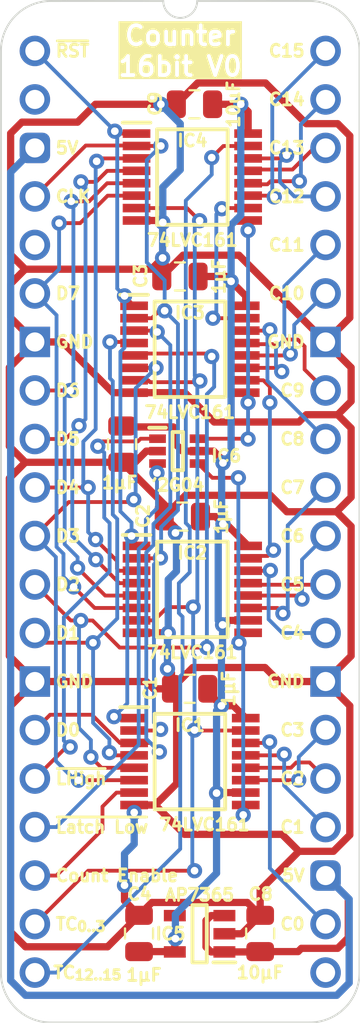
<source format=kicad_pcb>
(kicad_pcb (version 20240108) (generator "pcbnew") (generator_version "8.0")
  (title_block (title "Counter 16bit") (date "2024-02-16") (rev "V0"))
  (layers (0 "F.Cu" signal) (31 "B.Cu" signal) (34 "B.Paste" user) (35 "F.Paste" user) (36 "B.SilkS" user "B.Silkscreen") (37 "F.SilkS" user "F.Silkscreen") (38 "B.Mask" user) (39 "F.Mask" user) (44 "Edge.Cuts" user))
  (net 0 "")
  (net 1 "GND")
  (net 2 "5V")
  (net 3 "/3.3V")
  (net 4 "C1")
  (net 5 "C3")
  (net 6 "C0")
  (net 7 "C2")
  (net 8 "TC_{0..3}")
  (net 9 "C5")
  (net 10 "C4")
  (net 11 "C6")
  (net 12 "C7")
  (net 13 "/TC_{4..7}")
  (net 14 "C10")
  (net 15 "C8")
  (net 16 "C11")
  (net 17 "/TC_{8..11}")
  (net 18 "C9")
  (net 19 "C14")
  (net 20 "TC_{12..15}")
  (net 21 "C13")
  (net 22 "C15")
  (net 24 "C12")
  (net 25 "~{Reset}")
  (net 26 "CLK")
  (net 27 "Count Enable")
  (net 28 "/~{Latch Low}")
  (net 29 "D7")
  (net 30 "D1")
  (net 32 "D5")
  (net 33 "D2")
  (net 34 "D6")
  (net 35 "D0")
  (net 36 "D4")
  (net 37 "D3")
  (net 40 "/~{Latch High}")
  (net 41 "Latch High")
  (net 42 "Latch Low")
  (footprint "SamacSys_Parts:C_0805" (layer "F.Cu") (at 126.111 99.568)
    (property "Reference" "C8")
    (property "Value" "10µF")
  )
  (footprint "SamacSys_Parts:SOP65P640X110-16N" (layer "F.Cu") (at 122.428 90.551002)
    (property "Reference" "IC1")
    (property "Value" "74LVC161PW,112" (hide yes))
  )
  (footprint "SamacSys_Parts:C_0805" (layer "F.Cu") (at 121.92 65.151 90)
    (property "Reference" "C3")
    (property "Value" "1μF")
  )
  (footprint "SamacSys_Parts:C_0805" (layer "F.Cu") (at 119.761 99.568)
    (property "Reference" "C4")
    (property "Value" "1μF")
  )
  (footprint "SamacSys_Parts:DIP-40_Board_W15.24mm" (layer "F.Cu") (at 114.3 53.34)
    (property "Reference" "J1" (hide yes))
    (property "Value" "Conn_02x20_Counter_Clockwise" (hide yes))
    (fp_line (start -1.778 48.26) (end -1.778 0) (stroke (width 0.1)) (layer "Edge.Cuts"))
    (fp_line (start 6.731 -2.6162) (end 0.835732 -2.613732) (stroke (width 0.1)) (layer "Edge.Cuts"))
    (fp_line (start 14.404267 -2.613733) (end 8.509 -2.6162) (stroke (width 0.1)) (layer "Edge.Cuts"))
    (fp_line (start 14.404268 50.873732) (end 0.835733 50.873733) (stroke (width 0.1)) (layer "Edge.Cuts"))
    (fp_line (start 17.018 48.26) (end 17.017999 -0.000001) (stroke (width 0.1)) (layer "Edge.Cuts"))
    (fp_arc (start -1.778 0) (mid -1.012456 -1.848188) (end 0.835732 -2.613732) (stroke (width 0.1)) (layer "Edge.Cuts"))
    (fp_arc (start 0.835733 50.873733) (mid -1.012457 50.10819) (end -1.778 48.26) (stroke (width 0.1)) (layer "Edge.Cuts"))
    (fp_arc (start 8.509 -2.6162) (mid 7.62 -1.7272) (end 6.731 -2.6162) (stroke (width 0.1)) (layer "Edge.Cuts"))
    (fp_arc (start 14.404267 -2.613733) (mid 16.25245 -1.848186) (end 17.017999 -0.000001) (stroke (width 0.1)) (layer "Edge.Cuts"))
    (fp_arc (start 17.018 48.26) (mid 16.252456 50.108187) (end 14.404268 50.873732) (stroke (width 0.1)) (layer "Edge.Cuts"))
  )
  (footprint "SamacSys_Parts:C_0805" (layer "F.Cu") (at 122.428 86.741 90)
    (property "Reference" "C1")
    (property "Value" "1μF")
  )
  (footprint "SamacSys_Parts:C_0805" (layer "F.Cu") (at 122.682 56.134 90)
    (property "Reference" "C9")
    (property "Value" "10µF")
  )
  (footprint "SamacSys_Parts:C_0805" (layer "F.Cu") (at 122.047 77.724 90)
    (property "Reference" "C2")
    (property "Value" "1μF")
  )
  (footprint "SamacSys_Parts:SOT95P285X130-5N" (layer "F.Cu") (at 122.936 99.568 180)
    (property "Reference" "IC5")
    (property "Value" "AP7365-33WG-7" (hide yes))
  )
  (footprint "SamacSys_Parts:SOP65P640X110-16N" (layer "F.Cu") (at 122.428 68.961)
    (property "Reference" "IC3")
    (property "Value" "74LVC161PW,112" (hide yes))
  )
  (footprint "SamacSys_Parts:C_0805" (layer "F.Cu") (at 118.872 73.914 180)
    (property "Reference" "C5" (hide yes))
    (property "Value" "1μF")
  )
  (footprint "SamacSys_Parts:SOP65P640X110-16N" (layer "F.Cu") (at 122.555 59.944)
    (property "Reference" "IC4")
    (property "Value" "74LVC161PW,112" (hide yes))
  )
  (footprint "SamacSys_Parts:SOP65P640X110-16N" (layer "F.Cu") (at 122.555 81.534)
    (property "Reference" "IC2")
    (property "Value" "74LVC161PW,112" (hide yes))
  )
  (footprint "SamacSys_Parts:SOP65P210X110-6N" (layer "F.Cu") (at 121.793 74.295)
    (property "Reference" "IC6")
    (property "Value" "74LVC2G04GW-Q100H" (hide yes))
  )
  (gr_text "C5" (at 128.524 81.28 0) (layer "F.SilkS") (effects (font (size 0.635 0.635) (thickness 0.15) (bold yes)) (justify right)))
  (gr_text "GND" (at 115.316 68.58 0) (layer "F.SilkS") (effects (font (size 0.635 0.635) (thickness 0.15) (bold yes)) (justify left)))
  (gr_text "C9" (at 128.524 71.12 0) (layer "F.SilkS") (effects (font (size 0.635 0.635) (thickness 0.15) (bold yes)) (justify right)))
  (gr_text "C1" (at 128.524 93.98 0) (layer "F.SilkS") (effects (font (size 0.635 0.635) (thickness 0.15) (bold yes)) (justify right)))
  (gr_text "C7" (at 128.524 76.2 0) (layer "F.SilkS") (effects (font (size 0.635 0.635) (thickness 0.15) (bold yes)) (justify right)))
  (gr_text "TC_{0..3}" (at 115.316 99.06 0) (layer "F.SilkS") (effects (font (size 0.635 0.635)) (justify left)))
  (gr_text "C11" (at 128.524 63.5 0) (layer "F.SilkS") (effects (font (size 0.635 0.635) (thickness 0.15) (bold yes)) (justify right)))
  (gr_text "C12" (at 128.524 60.96 0) (layer "F.SilkS") (effects (font (size 0.635 0.635) (thickness 0.15) (bold yes)) (justify right)))
  (gr_text "D6" (at 115.316 71.12 0) (layer "F.SilkS") (effects (font (size 0.635 0.635) (thickness 0.15) (bold yes)) (justify left)))
  (gr_text "D4" (at 115.316 76.2 0) (layer "F.SilkS") (effects (font (size 0.635 0.635) (thickness 0.15) (bold yes)) (justify left)))
  (gr_text "D1" (at 115.316 83.82 0) (layer "F.SilkS") (effects (font (size 0.635 0.635) (thickness 0.15) (bold yes)) (justify left)))
  (gr_text "D0" (at 115.316 88.9 0) (layer "F.SilkS") (effects (font (size 0.635 0.635) (thickness 0.15) (bold yes)) (justify left)))
  (gr_text "Count Enable" (at 115.316 96.52 0) (layer "F.SilkS") (effects (font (size 0.635 0.635)) (justify left)))
  (gr_text "Counter\n16bit V0" (at 121.92 54.737 0) (layer "F.SilkS" knockout) (effects (font (size 1 1) (thickness 0.2) (bold yes)) (justify bottom)))
  (gr_text "5V" (at 128.524 96.52 0) (layer "F.SilkS") (effects (font (size 0.635 0.635) (thickness 0.15) (bold yes)) (justify right)))
  (gr_text "C15" (at 128.524 53.34 0) (layer "F.SilkS") (effects (font (size 0.635 0.635) (thickness 0.15) (bold yes)) (justify right)))
  (gr_text "~{Latch Low}" (at 115.316 93.98 0) (layer "F.SilkS") (effects (font (size 0.635 0.635)) (justify left)))
  (gr_text "C6" (at 128.524 78.74 0) (layer "F.SilkS") (effects (font (size 0.635 0.635) (thickness 0.15) (bold yes)) (justify right)))
  (gr_text "C8" (at 128.524 73.66 0) (layer "F.SilkS") (effects (font (size 0.635 0.635) (thickness 0.15) (bold yes)) (justify right)))
  (gr_text "C10" (at 128.524 66.04 0) (layer "F.SilkS") (effects (font (size 0.635 0.635) (thickness 0.15) (bold yes)) (justify right)))
  (gr_text "C2" (at 128.524 91.44 0) (layer "F.SilkS") (effects (font (size 0.635 0.635) (thickness 0.15) (bold yes)) (justify right)))
  (gr_text "~{RST}" (at 115.316 53.34 0) (layer "F.SilkS") (effects (font (size 0.635 0.635) (thickness 0.15) (bold yes)) (justify left)))
  (gr_text "GND" (at 115.316 86.36 0) (layer "F.SilkS") (effects (font (size 0.635 0.635) (thickness 0.15) (bold yes)) (justify left)))
  (gr_text "GND" (at 128.524 68.58 0) (layer "F.SilkS") (effects (font (size 0.635 0.635) (thickness 0.15) (bold yes)) (justify right)))
  (gr_text "D5" (at 115.316 73.66 0) (layer "F.SilkS") (effects (font (size 0.635 0.635) (thickness 0.15) (bold yes)) (justify left)))
  (gr_text "D3" (at 115.316 78.74 0) (layer "F.SilkS") (effects (font (size 0.635 0.635) (thickness 0.15) (bold yes)) (justify left)))
  (gr_text "C0" (at 128.524 99.06 0) (layer "F.SilkS") (effects (font (size 0.635 0.635) (thickness 0.15) (bold yes)) (justify right)))
  (gr_text "D2" (at 115.316 81.28 0) (layer "F.SilkS") (effects (font (size 0.635 0.635) (thickness 0.15) (bold yes)) (justify left)))
  (gr_text "GND" (at 128.524 86.36 0) (layer "F.SilkS") (effects (font (size 0.635 0.635) (thickness 0.15) (bold yes)) (justify right)))
  (gr_text "C3" (at 128.524 88.9 0) (layer "F.SilkS") (effects (font (size 0.635 0.635) (thickness 0.15) (bold yes)) (justify right)))
  (gr_text "D7" (at 115.316 66.04 0) (layer "F.SilkS") (effects (font (size 0.635 0.635) (thickness 0.15) (bold yes)) (justify left)))
  (gr_text "C13" (at 128.524 58.42 0) (layer "F.SilkS") (effects (font (size 0.635 0.635) (thickness 0.15) (bold yes)) (justify right)))
  (gr_text "C14" (at 128.524 55.88 0) (layer "F.SilkS") (effects (font (size 0.635 0.635) (thickness 0.15) (bold yes)) (justify right)))
  (gr_text "TC_{12..15}" (at 115.189 101.6 0) (layer "F.SilkS") (effects (font (size 0.635 0.635)) (justify left)))
  (gr_text "C4" (at 128.524 83.82 0) (layer "F.SilkS") (effects (font (size 0.635 0.635) (thickness 0.15) (bold yes)) (justify right)))
  (gr_text "~{LHigh}" (at 115.316 91.44 0) (layer "F.SilkS") (effects (font (size 0.635 0.635)) (justify left)))
  (gr_text "5V" (at 115.316 58.42 0) (layer "F.SilkS") (effects (font (size 0.635 0.635) (thickness 0.15) (bold yes)) (justify left)))
  (gr_text "CLK" (at 115.316 60.96 0) (layer "F.SilkS") (effects (font (size 0.635 0.635) (thickness 0.15) (bold yes)) (justify left)))
  (segment (start 126.111 97.282) (end 128.143 95.25) (width 0.38) (layer "F.Cu") (net 1))
  (segment (start 118.872 74.88) (end 113.801 74.88) (width 0.38) (layer "F.Cu") (net 1))
  (segment (start 130.175 72.39) (end 130.877999 73.092999) (width 0.38) (layer "F.Cu") (net 1))
  (segment (start 120.435 97.928) (end 125.437 97.928) (width 0.38) (layer "F.Cu") (net 1))
  (segment (start 116.539 57.07) (end 117.475 56.134) (width 0.38) (layer "F.Cu") (net 1))
  (segment (start 120.954 64.224492) (end 120.408492 64.77) (width 0.38) (layer "F.Cu") (net 1))
  (segment (start 113.792 64.77) (end 113.03 64.008) (width 0.38) (layer "F.Cu") (net 1))
  (segment (start 130.115999 77.47) (end 130.877999 76.708) (width 0.38) (layer "F.Cu") (net 1))
  (segment (start 127.508 77.47) (end 130.115999 77.47) (width 0.38) (layer "F.Cu") (net 1))
  (segment (start 130.877999 78.232) (end 130.878 85.022) (width 0.38) (layer "F.Cu") (net 1))
  (segment (start 130.877999 78.232) (end 130.115999 77.47) (width 0.38) (layer "F.Cu") (net 1))
  (segment (start 120.408492 64.77) (end 113.792 64.77) (width 0.38) (layer "F.Cu") (net 1))
  (segment (start 120.142 74.295) (end 119.557 74.88) (width 0.38) (layer "F.Cu") (net 1))
  (segment (start 119.761 98.602) (end 118.999 97.84) (width 0.38) (layer "F.Cu") (net 1))
  (segment (start 121.462 86.741) (end 120.523 86.741) (width 0.38) (layer "F.Cu") (net 1))
  (segment (start 121.081 77.089) (end 121.081 77.724) (width 0.38) (layer "F.Cu") (net 1))
  (segment (start 121.281 83.809) (end 121.292 83.82) (width 0.38) (layer "F.Cu") (net 1))
  (segment (start 118.999 97.84) (end 118.999 97.028) (width 0.38) (layer "F.Cu") (net 1))
  (segment (start 114.3 68.58) (end 112.962 69.918) (width 0.38) (layer "F.Cu") (net 1))
  (segment (start 121.081 77.724) (end 122.196 76.609) (width 0.38) (layer "F.Cu") (net 1))
  (segment (start 130.81 87.63) (end 129.54 86.36) (width 0.38) (layer "F.Cu") (net 1))
  (segment (start 122.142998 94.361) (end 120.608 92.826002) (width 0.38) (layer "F.Cu") (net 1))
  (segment (start 121.081 77.724) (end 121.668 78.311) (width 0.38) (layer "F.Cu") (net 1))
  (segment (start 121.462 86.741) (end 122.577 85.626) (width 0.38) (layer "F.Cu") (net 1))
  (segment (start 113.03 65.532) (end 113.03 67.31) (width 0.38) (layer "F.Cu") (net 1))
  (segment (start 120.954 65.151) (end 120.954 64.224492) (width 0.38) (layer "F.Cu") (net 1))
  (segment (start 113.618 57.07) (end 116.539 57.07) (width 0.38) (layer "F.Cu") (net 1))
  (segment (start 130.878 85.022) (end 129.54 86.36) (width 0.38) (layer "F.Cu") (net 1))
  (segment (start 113.807085 100.25) (end 118.113 100.25) (width 0.38) (layer "F.Cu") (net 1))
  (segment (start 130.877999 69.917999) (end 129.54 68.58) (width 0.38) (layer "F.Cu") (net 1))
  (segment (start 113.03 57.658) (end 113.618 57.07) (width 0.38) (layer "F.Cu") (net 1))
  (segment (start 119.557 74.88) (end 118.872 74.88) (width 0.38) (layer "F.Cu") (net 1))
  (segment (start 119.503 92.826002) (end 120.608 92.826002) (width 0.38) (layer "F.Cu") (net 1))
  (segment (start 112.962 69.918) (end 112.962 74.041) (width 0.38) (layer "F.Cu") (net 1))
  (segment (start 113.801 74.88) (end 112.962 75.719) (width 0.38) (layer "F.Cu") (net 1))
  (segment (start 128.143 72.771) (end 128.524 72.39) (width 0.38) (layer "F.Cu") (net 1))
  (segment (start 122.069 64.036) (end 124.996 64.036) (width 0.38) (layer "F.Cu") (net 1))
  (segment (start 126.647 76.609) (end 127.508 77.47) (width 0.38) (layer "F.Cu") (net 1))
  (segment (start 119.761 98.602) (end 120.435 97.928) (width 0.38) (layer "F.Cu") (net 1))
  (segment (start 128.524 72.39) (end 130.175 72.39) (width 0.38) (layer "F.Cu") (net 1))
  (segment (start 126.111 98.602) (end 125.145 99.568) (width 0.38) (layer "F.Cu") (net 1))
  (segment (start 113.801 74.88) (end 112.962 74.041) (width 0.38) (layer "F.Cu") (net 1))
  (segment (start 120.906486 62.219) (end 121.006486 62.319) (width 0.38) (layer "F.Cu") (net 1))
  (segment (start 130.877999 73.092999) (end 130.877999 76.708) (width 0.38) (layer "F.Cu") (net 1))
  (segment (start 130.81 94.392915) (end 130.81 87.63) (width 0.38) (layer "F.Cu") (net 1))
  (segment (start 120.954 64.224492) (end 120.996077 64.182415) (width 0.38) (layer "F.Cu") (net 1))
  (segment (start 129.54 86.36) (end 127.099 86.36) (width 0.38) (layer "F.Cu") (net 1))
  (segment (start 128.524 57.15) (end 126.393 55.019) (width 0.38) (layer "F.Cu") (net 1))
  (segment (start 122.831 55.019) (end 121.716 56.134) (width 0.38) (layer "F.Cu") (net 1))
  (segment (start 122.196 76.609) (end 126.647 76.609) (width 0.38) (layer "F.Cu") (net 1))
  (segment (start 121.716 56.134) (end 120.903994 56.134) (width 0.38) (layer "F.Cu") (net 1))
  (segment (start 119.503 71.236) (end 118.398 71.236) (width 0.38) (layer "F.Cu") (net 1))
  (segment (start 121.462 85.906467) (end 121.250859 85.695326) (width 0.38) (layer "F.Cu") (net 1))
  (segment (start 121.732 91.702002) (end 121.732 87.011) (width 0.38) (layer "F.Cu") (net 1))
  (segment (start 113.03 64.008) (end 113.03 57.658) (width 0.38) (layer "F.Cu") (net 1))
  (segment (start 120.142 86.36) (end 114.3 86.36) (width 0.38) (layer "F.Cu") (net 1))
  (segment (start 129.952915 95.25) (end 130.81 94.392915) (width 0.38) (layer "F.Cu") (net 1))
  (segment (start 125.145 99.568) (end 124.236 99.568) (width 0.38) (layer "F.Cu") (net 1))
  (segment (start 125.437 97.928) (end 126.111 98.602) (width 0.38) (layer "F.Cu") (net 1))
  (segment (start 120.731 74.295) (end 120.142 74.295) (width 0.38) (layer "F.Cu") (net 1))
  (segment (start 130.81 67.31) (end 130.81 57.785) (width 0.38) (layer "F.Cu") (net 1))
  (segment (start 114.3 86.36) (end 113.03 87.63) (width 0.38) (layer "F.Cu") (net 1))
  (segment (start 130.175 72.39) (end 130.877999 71.687001) (width 0.38) (layer "F.Cu") (net 1))
  (segment (start 112.962 85.022) (end 114.3 86.36) (width 0.38) (layer "F.Cu") (net 1))
  (segment (start 130.877999 71.687001) (end 130.877999 69.917999) (width 0.38) (layer "F.Cu") (net 1))
  (segment (start 126.111 98.602) (end 126.111 97.282) (width 0.38) (layer "F.Cu") (net 1))
  (segment (start 114.3 68.58) (end 113.03 67.31) (width 0.38) (layer "F.Cu") (net 1))
  (segment (start 119.63 83.809) (end 121.281 83.809) (width 0.38) (layer "F.Cu") (net 1))
  (segment (start 130.175 57.15) (end 128.524 57.15) (width 0.38) (layer "F.Cu") (net 1))
  (segment (start 121.668 78.311) (end 121.668 78.577123) (width 0.38) (layer "F.Cu") (net 1))
  (segment (start 118.113 100.25) (end 119.761 98.602) (width 0.38) (layer "F.Cu") (net 1))
  (segment (start 113.792 64.77) (end 113.03 65.532) (width 0.38) (layer "F.Cu") (net 1))
  (segment (start 118.398 71.236) (end 115.742 68.58) (width 0.38) (layer "F.Cu") (net 1))
  (segment (start 122.163 71.236) (end 123.698 72.771) (width 0.38) (layer "F.Cu") (net 1))
  (segment (start 122.577 85.626) (end 126.365 85.626) (width 0.38) (layer "F.Cu") (net 1))
  (segment (start 117.475 56.134) (end 120.903994 56.134) (width 0.38) (layer "F.Cu") (net 1))
  (segment (start 120.608 92.826002) (end 121.732 91.702002) (width 0.38) (layer "F.Cu") (net 1))
  (segment (start 127.099 86.36) (end 126.365 85.626) (width 0.38) (layer "F.Cu") (net 1))
  (segment (start 119.507 92.830002) (end 119.507 93.218) (width 0.38) (layer "F.Cu") (net 1))
  (segment (start 120.954 65.151) (end 122.069 64.036) (width 0.38) (layer "F.Cu") (net 1))
  (segment (start 123.698 72.771) (end 128.143 72.771) (width 0.38) (layer "F.Cu") (net 1))
  (segment (start 128.143 95.25) (end 129.952915 95.25) (width 0.38) (layer "F.Cu") (net 1))
  (segment (start 115.742 68.58) (end 114.3 68.58) (width 0.38) (layer "F.Cu") (net 1))
  (segment (start 126.393 55.019) (end 122.831 55.019) (width 0.38) (layer "F.Cu") (net 1))
  (segment (start 118.872 74.88) (end 121.081 77.089) (width 0.38) (layer "F.Cu") (net 1))
  (segment (start 124.996 64.036) (end 129.54 68.58) (width 0.38) (layer "F.Cu") (net 1))
  (segment (start 128.143 95.25) (end 127.254 94.361) (width 0.38) (layer "F.Cu") (net 1))
  (segment (start 121.462 86.741) (end 121.462 85.906467) (width 0.38) (layer "F.Cu") (net 1))
  (segment (start 130.81 57.785) (end 130.175 57.15) (width 0.38) (layer "F.Cu") (net 1))
  (segment (start 119.63 62.219) (end 120.906486 62.219) (width 0.38) (layer "F.Cu") (net 1))
  (segment (start 112.962 75.719) (end 112.962 85.022) (width 0.38) (layer "F.Cu") (net 1))
  (segment (start 129.54 68.58) (end 130.81 67.31) (width 0.38) (layer "F.Cu") (net 1))
  (segment (start 113.03 99.472915) (end 113.807085 100.25) (width 0.38) (layer "F.Cu") (net 1))
  (segment (start 119.503 71.236) (end 122.163 71.236) (width 0.38) (layer "F.Cu") (net 1))
  (segment (start 113.03 87.63) (end 113.03 99.472915) (width 0.38) (layer "F.Cu") (net 1))
  (segment (start 120.523 86.741) (end 120.142 86.36) (width 0.38) (layer "F.Cu") (net 1))
  (segment (start 127.254 94.361) (end 122.142998 94.361) (width 0.38) (layer "F.Cu") (net 1))
  (via (at 119.507 93.218) (size 0.8) (drill 0.4) (layers "F.Cu" "B.Cu") (net 1))
  (via (at 121.006486 62.319) (size 0.8) (drill 0.4) (layers "F.Cu" "B.Cu") (net 1))
  (via (at 121.250859 85.695326) (size 0.8) (drill 0.4) (layers "F.Cu" "B.Cu") (net 1))
  (via (at 120.996077 64.182415) (size 0.8) (drill 0.4) (layers "F.Cu" "B.Cu") (net 1))
  (via (at 120.903994 56.134) (size 0.8) (drill 0.4) (layers "F.Cu" "B.Cu") (net 1))
  (via (at 121.668 78.577123) (size 0.8) (drill 0.4) (layers "F.Cu" "B.Cu") (net 1))
  (via (at 118.999 97.028) (size 0.8) (drill 0.4) (layers "F.Cu" "B.Cu") (net 1))
  (via (at 121.292 83.82) (size 0.8) (drill 0.4) (layers "F.Cu" "B.Cu") (net 1))
  (segment (start 121.92 59.563) (end 121.92 57.150006) (width 0.38) (layer "B.Cu") (net 1))
  (segment (start 121.292 83.82) (end 121.292 81.019) (width 0.38) (layer "B.Cu") (net 1))
  (segment (start 121.292 81.019) (end 121.72146 80.58954) (width 0.38) (layer "B.Cu") (net 1))
  (segment (start 121.72146 80.58954) (end 121.72146 78.630583) (width 0.38) (layer "B.Cu") (net 1))
  (segment (start 120.996077 62.329409) (end 120.996077 64.182415) (width 0.38) (layer "B.Cu") (net 1))
  (segment (start 121.92 57.150006) (end 120.903994 56.134) (width 0.38) (layer "B.Cu") (net 1))
  (segment (start 121.006486 62.319) (end 121.006486 60.476514) (width 0.38) (layer "B.Cu") (net 1))
  (segment (start 121.006486 62.319) (end 120.996077 62.329409) (width 0.38) (layer "B.Cu") (net 1))
  (segment (start 121.006486 60.476514) (end 121.92 59.563) (width 0.38) (layer "B.Cu") (net 1))
  (segment (start 121.72146 78.630583) (end 121.668 78.577123) (width 0.38) (layer "B.Cu") (net 1))
  (segment (start 121.250859 85.695326) (end 121.250859 83.861141) (width 0.38) (layer "B.Cu") (net 1))
  (segment (start 119.507 93.218) (end 119.507 94.869) (width 0.38) (layer "B.Cu") (net 1))
  (segment (start 119.507 94.869) (end 118.999 95.377) (width 0.38) (layer "B.Cu") (net 1))
  (segment (start 121.250859 83.861141) (end 121.292 83.82) (width 0.38) (layer "B.Cu") (net 1))
  (segment (start 118.999 95.377) (end 118.999 97.028) (width 0.38) (layer "B.Cu") (net 1))
  (segment (start 123.531 100.518) (end 124.236 100.518) (width 0.38) (layer "F.Cu") (net 2))
  (segment (start 129.54 96.52) (end 130.73 97.71) (width 0.38) (layer "F.Cu") (net 2))
  (segment (start 130.73 99.775) (end 130.175 100.33) (width 0.38) (layer "F.Cu") (net 2))
  (segment (start 123.271 98.878) (end 123.271 100.258) (width 0.38) (layer "F.Cu") (net 2))
  (segment (start 126.111 100.502) (end 128.098 100.502) (width 0.38) (layer "F.Cu") (net 2))
  (segment (start 128.098 100.502) (end 128.27 100.33) (width 0.38) (layer "F.Cu") (net 2))
  (segment (start 130.175 100.33) (end 128.27 100.33) (width 0.38) (layer "F.Cu") (net 2))
  (segment (start 123.531 98.618) (end 123.271 98.878) (width 0.38) (layer "F.Cu") (net 2))
  (segment (start 124.236 98.618) (end 123.531 98.618) (width 0.38) (layer "F.Cu") (net 2))
  (segment (start 130.73 97.71) (end 130.73 99.775) (width 0.38) (layer "F.Cu") (net 2))
  (segment (start 123.271 100.258) (end 123.531 100.518) (width 0.38) (layer "F.Cu") (net 2))
  (segment (start 124.236 100.518) (end 126.095 100.518) (width 0.38) (layer "F.Cu") (net 2))
  (segment (start 130.776395 102.141605) (end 130.128 102.79) (width 0.38) (layer "B.Cu") (net 2))
  (segment (start 113.03 59.69) (end 114.3 58.42) (width 0.38) (layer "B.Cu") (net 2))
  (segment (start 129.54 96.52) (end 130.776395 97.756395) (width 0.38) (layer "B.Cu") (net 2))
  (segment (start 113.807085 102.79) (end 113.03 102.012915) (width 0.38) (layer "B.Cu") (net 2))
  (segment (start 130.128 102.79) (end 113.807085 102.79) (width 0.38) (layer "B.Cu") (net 2))
  (segment (start 130.776395 97.756395) (end 130.776395 102.141605) (width 0.38) (layer "B.Cu") (net 2))
  (segment (start 113.03 102.012915) (end 113.03 59.69) (width 0.38) (layer "B.Cu") (net 2))
  (segment (start 123.616 56.134) (end 125.094996 56.134) (width 0.38) (layer "F.Cu") (net 3))
  (segment (start 121.636 100.518) (end 121.636 99.852) (width 0.38) (layer "F.Cu") (net 3))
  (segment (start 124.160088 74.782588) (end 124.160088 74.911718) (width 0.38) (layer "F.Cu") (net 3))
  (segment (start 125.48 83.159) (end 124.37239 83.159) (width 0.38) (layer "F.Cu") (net 3))
  (segment (start 123.362 86.912978) (end 124.079022 87.63) (width 0.38) (layer "F.Cu") (net 3))
  (segment (start 119.761 100.502) (end 121.62 100.502) (width 0.38) (layer "F.Cu") (net 3))
  (segment (start 125.48 57.669) (end 125.48 56.518996) (width 0.38) (layer "F.Cu") (net 3))
  (segment (start 123.850998 92.176002) (end 123.825 92.202) (width 0.38) (layer "F.Cu") (net 3))
  (segment (start 124.37239 83.159) (end 124.139982 83.391408) (width 0.38) (layer "F.Cu") (net 3))
  (segment (start 125.353 88.276002) (end 124.706998 87.63) (width 0.38) (layer "F.Cu") (net 3))
  (segment (start 121.5585 73.03) (end 119.049 73.03) (width 0.38) (layer "F.Cu") (net 3))
  (segment (start 123.6725 74.295) (end 124.160088 74.782588) (width 0.38) (layer "F.Cu") (net 3))
  (segment (start 125.353 92.176002) (end 123.850998 92.176002) (width 0.38) (layer "F.Cu") (net 3))
  (segment (start 125.48 79.259) (end 124.326 78.105) (width 0.38) (layer "F.Cu") (net 3))
  (segment (start 124.706998 87.63) (end 124.079022 87.63) (width 0.38) (layer "F.Cu") (net 3))
  (segment (start 122.855 74.295) (end 123.6725 74.295) (width 0.38) (layer "F.Cu") (net 3))
  (segment (start 123.779088 77.724) (end 124.160088 78.105) (width 0.38) (layer "F.Cu") (net 3))
  (segment (start 125.353 66.171) (end 125.353 66.686) (width 0.38) (layer "F.Cu") (net 3))
  (segment (start 122.855 74.295) (end 122.047 74.295) (width 0.38) (layer "F.Cu") (net 3))
  (segment (start 121.5585 73.8065) (end 121.5585 73.03) (width 0.38) (layer "F.Cu") (net 3))
  (segment (start 122.047 74.295) (end 121.5585 73.8065) (width 0.38) (layer "F.Cu") (net 3))
  (segment (start 122.854 65.151) (end 124.333 65.151) (width 0.38) (layer "F.Cu") (net 3))
  (segment (start 124.333 65.151) (end 124.587 65.405) (width 0.38) (layer "F.Cu") (net 3))
  (segment (start 125.48 56.518996) (end 125.095 56.133996) (width 0.38) (layer "F.Cu") (net 3))
  (segment (start 124.587 65.405) (end 125.353 66.171) (width 0.38) (layer "F.Cu") (net 3))
  (segment (start 121.636 99.852) (end 121.666 99.822) (width 0.38) (layer "F.Cu") (net 3))
  (segment (start 125.094996 56.134) (end 125.095 56.133996) (width 0.38) (layer "F.Cu") (net 3))
  (segment (start 124.326 78.105) (end 124.160088 78.105) (width 0.38) (layer "F.Cu") (net 3))
  (segment (start 122.981 77.724) (end 123.779088 77.724) (width 0.38) (layer "F.Cu") (net 3))
  (via (at 125.095 56.133996) (size 0.8) (drill 0.4) (layers "F.Cu" "B.Cu") (net 3))
  (via (at 124.587 65.405) (size 0.8) (drill 0.4) (layers "F.Cu" "B.Cu") (net 3))
  (via (at 124.139982 83.391408) (size 0.8) (drill 0.4) (layers "F.Cu" "B.Cu") (net 3))
  (via (at 121.666 99.822) (size 0.8) (drill 0.4) (layers "F.Cu" "B.Cu") (net 3))
  (via (at 124.079022 87.63) (size 0.8) (drill 0.4) (layers "F.Cu" "B.Cu") (net 3))
  (via (at 124.160088 74.911718) (size 0.8) (drill 0.4) (layers "F.Cu" "B.Cu") (net 3))
  (via (at 123.825 92.202) (size 0.8) (drill 0.4) (layers "F.Cu" "B.Cu") (net 3))
  (via (at 124.160088 78.105) (size 0.8) (drill 0.4) (layers "F.Cu" "B.Cu") (net 3))
  (segment (start 125.095 61.94686) (end 125.095 56.133996) (width 0.38) (layer "B.Cu") (net 3))
  (segment (start 124.587 65.405) (end 124.587 74.484806) (width 0.38) (layer "B.Cu") (net 3))
  (segment (start 124.587 65.405) (end 124.587 62.45486) (width 0.38) (layer "B.Cu") (net 3))
  (segment (start 124.091 78.035912) (end 124.160088 78.105) (width 0.38) (layer "B.Cu") (net 3))
  (segment (start 123.91218 78.352908) (end 123.91218 83.163606) (width 0.38) (layer "B.Cu") (net 3))
  (segment (start 124.587 74.484806) (end 124.160088 74.911718) (width 0.38) (layer "B.Cu") (net 3))
  (segment (start 124.091 74.980806) (end 124.091 78.035912) (width 0.38) (layer "B.Cu") (net 3))
  (segment (start 124.079022 85.007918) (end 124.139982 84.946958) (width 0.38) (layer "B.Cu") (net 3))
  (segment (start 123.91218 83.163606) (end 124.139982 83.391408) (width 0.38) (layer "B.Cu") (net 3))
  (segment (start 123.825 96.393) (end 123.825 92.202) (width 0.38) (layer "B.Cu") (net 3))
  (segment (start 124.079022 87.63) (end 124.079022 85.007918) (width 0.38) (layer "B.Cu") (net 3))
  (segment (start 121.666 99.822) (end 121.666 98.552) (width 0.38) (layer "B.Cu") (net 3))
  (segment (start 124.160088 74.911718) (end 124.091 74.980806) (width 0.38) (layer "B.Cu") (net 3))
  (segment (start 123.825 87.884022) (end 124.079022 87.63) (width 0.38) (layer "B.Cu") (net 3))
  (segment (start 124.160088 78.105) (end 123.91218 78.352908) (width 0.38) (layer "B.Cu") (net 3))
  (segment (start 123.825 92.202) (end 123.825 87.884022) (width 0.38) (layer "B.Cu") (net 3))
  (segment (start 121.666 98.552) (end 123.825 96.393) (width 0.38) (layer "B.Cu") (net 3))
  (segment (start 124.139982 84.946958) (end 124.139982 83.391408) (width 0.38) (layer "B.Cu") (net 3))
  (segment (start 124.587 62.45486) (end 125.095 61.94686) (width 0.38) (layer "B.Cu") (net 3))
  (segment (start 127.312998 90.226002) (end 127.369 90.17) (width 0.2) (layer "F.Cu") (net 4))
  (segment (start 125.353 90.226002) (end 127.312998 90.226002) (width 0.2) (layer "F.Cu") (net 4))
  (via (at 127.369 90.17) (size 0.8) (drill 0.4) (layers "F.Cu" "B.Cu") (net 4))
  (segment (start 129.54 93.98) (end 127.369 91.809) (width 0.2) (layer "B.Cu") (net 4))
  (segment (start 127.369 91.809) (end 127.369 90.17) (width 0.2) (layer "B.Cu") (net 4))
  (segment (start 125.353 91.526002) (end 128.124246 91.526002) (width 0.2) (layer "F.Cu") (net 5))
  (segment (start 128.124246 91.526002) (end 128.132035 91.518213) (width 0.2) (layer "F.Cu") (net 5))
  (via (at 128.132035 91.518213) (size 0.8) (drill 0.4) (layers "F.Cu" "B.Cu") (net 5))
  (segment (start 128.132035 90.307965) (end 128.132035 91.518213) (width 0.2) (layer "B.Cu") (net 5))
  (segment (start 129.54 88.9) (end 128.132035 90.307965) (width 0.2) (layer "B.Cu") (net 5))
  (segment (start 126.553631 89.576002) (end 125.353 89.576002) (width 0.2) (layer "F.Cu") (net 6))
  (segment (start 126.605805 89.523828) (end 126.553631 89.576002) (width 0.2) (layer "F.Cu") (net 6))
  (via (at 126.605805 89.523828) (size 0.8) (drill 0.4) (layers "F.Cu" "B.Cu") (net 6))
  (segment (start 126.619 89.537023) (end 126.619 96.139) (width 0.2) (layer "B.Cu") (net 6))
  (segment (start 126.605805 89.523828) (end 126.619 89.537023) (width 0.2) (layer "B.Cu") (net 6))
  (segment (start 126.619 96.139) (end 129.54 99.06) (width 0.2) (layer "B.Cu") (net 6))
  (segment (start 127.723659 90.876002) (end 128.001492 90.598169) (width 0.2) (layer "F.Cu") (net 7))
  (segment (start 128.698169 90.598169) (end 129.54 91.44) (width 0.2) (layer "F.Cu") (net 7))
  (segment (start 128.001492 90.598169) (end 128.698169 90.598169) (width 0.2) (layer "F.Cu") (net 7))
  (segment (start 125.353 90.876002) (end 127.723659 90.876002) (width 0.2) (layer "F.Cu") (net 7))
  (segment (start 119.503 70.586) (end 120.240867 70.586) (width 0.2) (layer "F.Cu") (net 8))
  (segment (start 120.555 83.159) (end 121.249916 82.464084) (width 0.2) (layer "F.Cu") (net 8))
  (segment (start 119.63 83.159) (end 120.555 83.159) (width 0.2) (layer "F.Cu") (net 8))
  (segment (start 121.249916 82.464084) (end 122.597856 82.464084) (width 0.2) (layer "F.Cu") (net 8))
  (segment (start 122.275 61.569) (end 122.936 62.23) (width 0.2) (layer "F.Cu") (net 8))
  (segment (start 114.3 99.06) (end 117.094 96.266) (width 0.2) (layer "F.Cu") (net 8))
  (segment (start 122.885009 70.686) (end 122.950315 70.620694) (width 0.2) (layer "F.Cu") (net 8))
  (segment (start 117.094 96.266) (end 122.67 96.266) (width 0.2) (layer "F.Cu") (net 8))
  (segment (start 119.63 61.569) (end 122.275 61.569) (width 0.2) (layer "F.Cu") (net 8))
  (segment (start 120.240867 70.586) (end 120.340867 70.686) (width 0.2) (layer "F.Cu") (net 8))
  (segment (start 125.353 88.926002) (end 122.696002 88.926002) (width 0.2) (layer "F.Cu") (net 8))
  (segment (start 120.340867 70.686) (end 122.885009 70.686) (width 0.2) (layer "F.Cu") (net 8))
  (segment (start 122.696002 88.926002) (end 122.67 88.9) (width 0.2) (layer "F.Cu") (net 8))
  (via (at 122.950315 70.620694) (size 0.8) (drill 0.4) (layers "F.Cu" "B.Cu") (net 8))
  (via (at 122.67 88.9) (size 0.8) (drill 0.4) (layers "F.Cu" "B.Cu") (net 8))
  (via (at 122.67 96.266) (size 0.8) (drill 0.4) (layers "F.Cu" "B.Cu") (net 8))
  (via (at 122.597856 82.464084) (size 0.8) (drill 0.4) (layers "F.Cu" "B.Cu") (net 8))
  (via (at 122.936 62.23) (size 0.8) (drill 0.4) (layers "F.Cu" "B.Cu") (net 8))
  (segment (start 122.818 82.24394) (end 122.818 70.753009) (width 0.2) (layer "B.Cu") (net 8))
  (segment (start 122.67 88.9) (end 122.67 84.995661) (width 0.2) (layer "B.Cu") (net 8))
  (segment (start 122.818 70.753009) (end 122.950315 70.620694) (width 0.2) (layer "B.Cu") (net 8))
  (segment (start 122.682 62.484) (end 122.682 70.352379) (width 0.2) (layer "B.Cu") (net 8))
  (segment (start 122.597856 84.923517) (end 122.597856 82.464084) (width 0.2) (layer "B.Cu") (net 8))
  (segment (start 122.555 96.151) (end 122.555 89.015) (width 0.2) (layer "B.Cu") (net 8))
  (segment (start 122.936 62.23) (end 122.682 62.484) (width 0.2) (layer "B.Cu") (net 8))
  (segment (start 122.682 70.352379) (end 122.950315 70.620694) (width 0.2) (layer "B.Cu") (net 8))
  (segment (start 122.597856 82.464084) (end 122.818 82.24394) (width 0.2) (layer "B.Cu") (net 8))
  (segment (start 122.555 89.015) (end 122.67 88.9) (width 0.2) (layer "B.Cu") (net 8))
  (segment (start 122.67 96.266) (end 122.555 96.151) (width 0.2) (layer "B.Cu") (net 8))
  (segment (start 122.67 84.995661) (end 122.597856 84.923517) (width 0.2) (layer "B.Cu") (net 8))
  (segment (start 125.563027 81.292027) (end 129.527973 81.292027) (width 0.2) (layer "F.Cu") (net 9))
  (segment (start 126.627931 80.559) (end 126.644904 80.542027) (width 0.2) (layer "F.Cu") (net 10))
  (segment (start 125.48 80.559) (end 126.627931 80.559) (width 0.2) (layer "F.Cu") (net 10))
  (via (at 126.644904 80.542027) (size 0.8) (drill 0.4) (layers "F.Cu" "B.Cu") (net 10))
  (segment (start 126.553612 83.102688) (end 127.270924 83.82) (width 0.2) (layer "B.Cu") (net 10))
  (segment (start 126.553612 80.633319) (end 126.553612 83.102688) (width 0.2) (layer "B.Cu") (net 10))
  (segment (start 127.270924 83.82) (end 129.54 83.82) (width 0.2) (layer "B.Cu") (net 10))
  (segment (start 126.644904 80.542027) (end 126.553612 80.633319) (width 0.2) (layer "B.Cu") (net 10))
  (segment (start 128.121975 81.859) (end 128.305002 82.042027) (width 0.2) (layer "F.Cu") (net 11))
  (segment (start 125.48 81.859) (end 128.121975 81.859) (width 0.2) (layer "F.Cu") (net 11))
  (via (at 128.305002 82.042027) (size 0.8) (drill 0.4) (layers "F.Cu" "B.Cu") (net 11))
  (segment (start 128.305002 79.974998) (end 128.305002 82.042027) (width 0.2) (layer "B.Cu") (net 11))
  (segment (start 129.54 78.74) (end 128.305002 79.974998) (width 0.2) (layer "B.Cu") (net 11))
  (segment (start 127.020585 82.509) (end 127.303612 82.792027) (width 0.2) (layer "F.Cu") (net 12))
  (segment (start 125.48 82.509) (end 127.020585 82.509) (width 0.2) (layer "F.Cu") (net 12))
  (via (at 127.303612 82.792027) (size 0.8) (drill 0.4) (layers "F.Cu" "B.Cu") (net 12))
  (segment (start 129.54 76.2) (end 127.555002 78.184998) (width 0.2) (layer "B.Cu") (net 12))
  (segment (start 127.555002 82.540637) (end 127.303612 82.792027) (width 0.2) (layer "B.Cu") (net 12))
  (segment (start 127.555002 78.184998) (end 127.555002 82.540637) (width 0.2) (layer "B.Cu") (net 12))
  (segment (start 126.805002 79.483998) (end 126.805002 79.483986) (width 0.2) (layer "F.Cu") (net 13))
  (segment (start 126.278 70.586) (end 126.619 70.927) (width 0.2) (layer "F.Cu") (net 13))
  (segment (start 126.505 79.784) (end 126.805002 79.483998) (width 0.2) (layer "F.Cu") (net 13))
  (segment (start 125.353 70.586) (end 126.278 70.586) (width 0.2) (layer "F.Cu") (net 13))
  (segment (start 126.619 70.927) (end 126.619 71.755) (width 0.2) (layer "F.Cu") (net 13))
  (segment (start 125.605 79.784) (end 126.505 79.784) (width 0.2) (layer "F.Cu") (net 13))
  (via (at 126.619 71.755) (size 0.8) (drill 0.4) (layers "F.Cu" "B.Cu") (net 13))
  (via (at 126.805002 79.483986) (size 0.8) (drill 0.4) (layers "F.Cu" "B.Cu") (net 13))
  (segment (start 126.619 79.297984) (end 126.805002 79.483986) (width 0.2) (layer "B.Cu") (net 13))
  (segment (start 126.619 71.755) (end 126.619 79.297984) (width 0.2) (layer "B.Cu") (net 13))
  (segment (start 125.353 69.286) (end 127.607508 69.286) (width 0.2) (layer "F.Cu") (net 14))
  (segment (start 127.607508 69.286) (end 127.69 69.203508) (width 0.2) (layer "F.Cu") (net 14))
  (via (at 127.69 69.203508) (size 0.8) (drill 0.4) (layers "F.Cu" "B.Cu") (net 14))
  (segment (start 127.896 68.997508) (end 127.69 69.203508) (width 0.2) (layer "B.Cu") (net 14))
  (segment (start 127.896 67.684) (end 127.896 68.997508) (width 0.2) (layer "B.Cu") (net 14))
  (segment (start 129.54 66.04) (end 127.896 67.684) (width 0.2) (layer "B.Cu") (net 14))
  (segment (start 126.578 67.986) (end 126.619 67.945) (width 0.2) (layer "F.Cu") (net 15))
  (segment (start 125.353 67.986) (end 126.578 67.986) (width 0.2) (layer "F.Cu") (net 15))
  (via (at 126.619 67.945) (size 0.8) (drill 0.4) (layers "F.Cu" "B.Cu") (net 15))
  (segment (start 129.54 73.66) (end 126.492 70.612) (width 0.2) (layer "B.Cu") (net 15))
  (segment (start 126.492 68.072) (end 126.619 67.945) (width 0.2) (layer "B.Cu") (net 15))
  (segment (start 126.492 70.612) (end 126.492 68.072) (width 0.2) (layer "B.Cu") (net 15))
  (segment (start 127.051226 69.936) (end 127.242 70.126774) (width 0.2) (layer "F.Cu") (net 16))
  (segment (start 125.353 69.936) (end 127.051226 69.936) (width 0.2) (layer "F.Cu") (net 16))
  (via (at 127.242 70.126774) (size 0.8) (drill 0.4) (layers "F.Cu" "B.Cu") (net 16))
  (segment (start 126.94 69.824774) (end 127.242 70.126774) (width 0.2) (layer "B.Cu") (net 16))
  (segment (start 127.379339 65.660661) (end 127.379339 68.453508) (width 0.2) (layer "B.Cu") (net 16))
  (segment (start 127.379339 68.453508) (end 126.94 68.892847) (width 0.2) (layer "B.Cu") (net 16))
  (segment (start 126.94 68.892847) (end 126.94 69.824774) (width 0.2) (layer "B.Cu") (net 16))
  (segment (start 129.54 63.5) (end 127.379339 65.660661) (width 0.2) (layer "B.Cu") (net 16))
  (segment (start 125.353 67.336) (end 123.633271 67.336) (width 0.2) (layer "F.Cu") (net 17))
  (segment (start 125.48 61.569) (end 124.13351 61.569) (width 0.2) (layer "F.Cu") (net 17))
  (segment (start 124.13351 61.569) (end 124.09886 61.60365) (width 0.2) (layer "F.Cu") (net 17))
  (via (at 124.09886 61.60365) (size 0.8) (drill 0.4) (layers "F.Cu" "B.Cu") (net 17))
  (via (at 123.633271 67.336) (size 0.8) (drill 0.4) (layers "F.Cu" "B.Cu") (net 17))
  (segment (start 123.813 67.156271) (end 123.813 61.88951) (width 0.2) (layer "B.Cu") (net 17))
  (segment (start 123.633271 67.336) (end 123.813 67.156271) (width 0.2) (layer "B.Cu") (net 17))
  (segment (start 123.813 61.88951) (end 124.09886 61.60365) (width 0.2) (layer "B.Cu") (net 17))
  (segment (start 128.079501 68.453508) (end 128.44 68.814007) (width 0.2) (layer "F.Cu") (net 18))
  (segment (start 125.412 68.695) (end 127.189932 68.695) (width 0.2) (layer "F.Cu") (net 18))
  (segment (start 127.431424 68.453508) (end 128.079501 68.453508) (width 0.2) (layer "F.Cu") (net 18))
  (segment (start 128.44 68.814007) (end 128.44 70.02) (width 0.2) (layer "F.Cu") (net 18))
  (segment (start 127.189932 68.695) (end 127.431424 68.453508) (width 0.2) (layer "F.Cu") (net 18))
  (segment (start 128.44 70.02) (end 129.54 71.12) (width 0.2) (layer "F.Cu") (net 18))
  (segment (start 125.536 60.325) (end 126.492 60.325) (width 0.2) (layer "F.Cu") (net 19))
  (segment (start 126.654356 60.162644) (end 128.166356 60.162644) (width 0.2) (layer "F.Cu") (net 19))
  (segment (start 126.492 60.325) (end 126.654356 60.162644) (width 0.2) (layer "F.Cu") (net 19))
  (via (at 128.166356 60.162644) (size 0.8) (drill 0.4) (layers "F.Cu" "B.Cu") (net 19))
  (segment (start 129.54 55.88) (end 128.246 57.174) (width 0.2) (layer "B.Cu") (net 19))
  (segment (start 128.246 57.174) (end 128.246 60.083) (width 0.2) (layer "B.Cu") (net 19))
  (segment (start 128.246 60.083) (end 128.166356 60.162644) (width 0.2) (layer "B.Cu") (net 19))
  (segment (start 124.18 58.319) (end 123.571 58.928) (width 0.2) (layer "F.Cu") (net 20))
  (segment (start 125.48 58.319) (end 124.18 58.319) (width 0.2) (layer "F.Cu") (net 20))
  (via (at 123.571 58.928) (size 0.8) (drill 0.4) (layers "F.Cu" "B.Cu") (net 20))
  (segment (start 122.418 80.642) (end 122.418 78.266462) (width 0.2) (layer "B.Cu") (net 20))
  (segment (start 122.418 78.266462) (end 122.21146 78.059922) (width 0.2) (layer "B.Cu") (net 20))
  (segment (start 121.92 86.086846) (end 122.042 85.964846) (width 0.2) (layer "B.Cu") (net 20))
  (segment (start 115.443 101.6) (end 121.92 95.123) (width 0.2) (layer "B.Cu") (net 20))
  (segment (start 121.847856 82.774745) (end 121.847856 81.212144) (width 0.2) (layer "B.Cu") (net 20))
  (segment (start 121.92 95.123) (end 121.92 86.086846) (width 0.2) (layer "B.Cu") (net 20))
  (segment (start 123.571 59.817) (end 123.571 58.928) (width 0.2) (layer "B.Cu") (net 20))
  (segment (start 122.042 82.968889) (end 121.847856 82.774745) (width 0.2) (layer "B.Cu") (net 20))
  (segment (start 122.21146 61.17654) (end 123.571 59.817) (width 0.2) (layer "B.Cu") (net 20))
  (segment (start 114.3 101.6) (end 115.443 101.6) (width 0.2) (layer "B.Cu") (net 20))
  (segment (start 122.21146 78.059922) (end 122.21146 61.17654) (width 0.2) (layer "B.Cu") (net 20))
  (segment (start 121.847856 81.212144) (end 122.418 80.642) (width 0.2) (layer "B.Cu") (net 20))
  (segment (start 122.042 85.964846) (end 122.042 82.968889) (width 0.2) (layer "B.Cu") (net 20))
  (segment (start 127.806661 59.551) (end 128.937661 58.42) (width 0.2) (layer "F.Cu") (net 21))
  (segment (start 125.548 59.551) (end 127.806661 59.551) (width 0.2) (layer "F.Cu") (net 21))
  (segment (start 126.782064 60.919) (end 126.848123 60.985059) (width 0.2) (layer "F.Cu") (net 22))
  (segment (start 125.48 60.919) (end 126.782064 60.919) (width 0.2) (layer "F.Cu") (net 22))
  (via (at 126.848123 60.985059) (size 0.8) (drill 0.4) (layers "F.Cu" "B.Cu") (net 22))
  (segment (start 129.54 53.34) (end 126.746 56.134) (width 0.2) (layer "B.Cu") (net 22))
  (segment (start 126.746 60.882936) (end 126.848123 60.985059) (width 0.2) (layer "B.Cu") (net 22))
  (segment (start 126.746 56.134) (end 126.746 60.882936) (width 0.2) (layer "B.Cu") (net 22))
  (segment (start 127.328 58.969) (end 127.496 58.801) (width 0.2) (layer "F.Cu") (net 24))
  (segment (start 125.48 58.969) (end 127.328 58.969) (width 0.2) (layer "F.Cu") (net 24))
  (via (at 127.496 58.801) (size 0.8) (drill 0.4) (layers "F.Cu" "B.Cu") (net 24))
  (segment (start 127.146 59.151) (end 127.496 58.801) (width 0.2) (layer "B.Cu") (net 24))
  (segment (start 127.90305 60.96) (end 127.146 60.20295) (width 0.2) (layer "B.Cu") (net 24))
  (segment (start 129.54 60.96) (end 127.90305 60.96) (width 0.2) (layer "B.Cu") (net 24))
  (segment (start 127.146 60.20295) (end 127.146 59.151) (width 0.2) (layer "B.Cu") (net 24))
  (segment (start 119.63 57.669) (end 118.617 57.669) (width 0.2) (layer "F.Cu") (net 25))
  (segment (start 118.617 57.669) (end 118.491 57.543) (width 0.2) (layer "F.Cu") (net 25))
  (segment (start 119.518 79.259) (end 119.368 79.109) (width 0.2) (layer "F.Cu") (net 25))
  (segment (start 118.999 66.167) (end 118.999 66.182) (width 0.2) (layer "F.Cu") (net 25))
  (segment (start 118.999 66.182) (end 119.503 66.686) (width 0.2) (layer "F.Cu") (net 25))
  (segment (start 119.368 79.109) (end 119.368 78.74) (width 0.2) (layer "F.Cu") (net 25))
  (segment (start 118.448104 88.199833) (end 119.426831 88.199833) (width 0.2) (layer "F.Cu") (net 25))
  (via (at 118.448104 88.199833) (size 0.8) (drill 0.4) (layers "F.Cu" "B.Cu") (net 25))
  (via (at 118.999 66.167) (size 0.8) (drill 0.4) (layers "F.Cu" "B.Cu") (net 25))
  (via (at 118.491 57.543) (size 0.8) (drill 0.4) (layers "F.Cu" "B.Cu") (net 25))
  (via (at 119.368 78.74) (size 0.8) (drill 0.4) (layers "F.Cu" "B.Cu") (net 25))
  (segment (start 114.3 53.34) (end 118.491 57.531) (width 0.2) (layer "B.Cu") (net 25))
  (segment (start 118.999 66.167) (end 118.999 68.878661) (width 0.2) (layer "B.Cu") (net 25))
  (segment (start 118.618 65.786) (end 118.618 57.67) (width 0.2) (layer "B.Cu") (net 25))
  (segment (start 118.491 57.531) (end 118.491 57.543) (width 0.2) (layer "B.Cu") (net 25))
  (segment (start 118.783685 69.093976) (end 118.783685 77.451) (width 0.2) (layer "B.Cu") (net 25))
  (segment (start 118.999 68.878661) (end 118.783685 69.093976) (width 0.2) (layer "B.Cu") (net 25))
  (segment (start 119.368 78.035315) (end 119.368 78.74) (width 0.2) (layer "B.Cu") (net 25))
  (segment (start 118.618 57.67) (end 118.491 57.543) (width 0.2) (layer "B.Cu") (net 25))
  (segment (start 118.783685 77.451) (end 119.368 78.035315) (width 0.2) (layer "B.Cu") (net 25))
  (segment (start 119.145 87.502937) (end 119.145 78.963) (width 0.2) (layer "B.Cu") (net 25))
  (segment (start 118.448104 88.199833) (end 119.145 87.502937) (width 0.2) (layer "B.Cu") (net 25))
  (segment (start 119.145 78.963) (end 119.368 78.74) (width 0.2) (layer "B.Cu") (net 25))
  (segment (start 118.999 66.167) (end 118.618 65.786) (width 0.2) (layer "B.Cu") (net 25))
  (segment (start 120.817051 66.946949) (end 121.103189 66.946949) (width 0.2) (layer "F.Cu") (net 26))
  (segment (start 120.831931 88.926002) (end 120.892 88.865933) (width 0.2) (layer "F.Cu") (net 26))
  (segment (start 120.428 67.336) (end 120.817051 66.946949) (width 0.2) (layer "F.Cu") (net 26))
  (segment (start 119.503 67.336) (end 120.428 67.336) (width 0.2) (layer "F.Cu") (net 26))
  (segment (start 114.3 60.96) (end 116.967 58.293) (width 0.2) (layer "F.Cu") (net 26))
  (segment (start 119.503 88.926002) (end 120.831931 88.926002) (width 0.2) (layer "F.Cu") (net 26))
  (segment (start 119.63 79.909) (end 120.857161 79.909) (width 0.2) (layer "F.Cu") (net 26))
  (segment (start 116.967 58.293) (end 119.604 58.293) (width 0.2) (layer "F.Cu") (net 26))
  (segment (start 120.857161 79.909) (end 120.88146 79.884701) (width 0.2) (layer "F.Cu") (net 26))
  (segment (start 120.904 58.315622) (end 119.633378 58.315622) (width 0.2) (layer "F.Cu") (net 26))
  (via (at 120.904 58.315622) (size 0.8) (drill 0.4) (layers "F.Cu" "B.Cu") (net 26))
  (via (at 121.103189 66.946949) (size 0.8) (drill 0.4) (layers "F.Cu" "B.Cu") (net 26))
  (via (at 120.88146 79.884701) (size 0.8) (drill 0.4) (layers "F.Cu" "B.Cu") (net 26))
  (via (at 120.892 88.865933) (size 0.8) (drill 0.4) (layers "F.Cu" "B.Cu") (net 26))
  (segment (start 121.801528 77.392158) (end 121.801528 67.645288) (width 0.2) (layer "B.Cu") (net 26))
  (segment (start 121.801528 67.645288) (end 121.103189 66.946949) (width 0.2) (layer "B.Cu") (net 26))
  (segment (start 120.904 58.315622) (end 120.166492 59.05313) (width 0.2) (layer "B.Cu") (net 26))
  (segment (start 120.166492 59.05313) (end 120.166492 64.413492) (width 0.2) (layer "B.Cu") (net 26))
  (segment (start 120.918 79.848161) (end 120.918 78.275686) (width 0.2) (layer "B.Cu") (net 26))
  (segment (start 120.88146 79.884701) (end 120.918 79.848161) (width 0.2) (layer "B.Cu") (net 26))
  (segment (start 120.892 88.865933) (end 120.542 88.515933) (width 0.2) (layer "B.Cu") (net 26))
  (segment (start 120.542 80.224161) (end 120.88146 79.884701) (width 0.2) (layer "B.Cu") (net 26))
  (segment (start 120.918 78.275686) (end 121.801528 77.392158) (width 0.2) (layer "B.Cu") (net 26))
  (segment (start 121.103189 65.350189) (end 121.103189 66.946949) (width 0.2) (layer "B.Cu") (net 26))
  (segment (start 120.166492 64.413492) (end 121.103189 65.350189) (width 0.2) (layer "B.Cu") (net 26))
  (segment (start 120.542 88.515933) (end 120.542 80.224161) (width 0.2) (layer "B.Cu") (net 26))
  (segment (start 117.844 94.10737) (end 117.844 92.910002) (width 0.2) (layer "F.Cu") (net 27))
  (segment (start 118.578 92.176002) (end 119.503 92.176002) (width 0.2) (layer "F.Cu") (net 27))
  (segment (start 117.844 92.910002) (end 118.578 92.176002) (width 0.2) (layer "F.Cu") (net 27))
  (segment (start 114.3 96.52) (end 115.43137 96.52) (width 0.2) (layer "F.Cu") (net 27))
  (segment (start 115.43137 96.52) (end 117.844 94.10737) (width 0.2) (layer "F.Cu") (net 27))
  (segment (start 125.222 92.957002) (end 125.222 93.345) (width 0.2) (layer "F.Cu") (net 28))
  (segment (start 125.36 83.809) (end 124.997 84.172) (width 0.2) (layer "F.Cu") (net 28))
  (segment (start 122.855 74.945) (end 123.602 75.692) (width 0.2) (layer "F.Cu") (net 28))
  (segment (start 125.353 92.826002) (end 125.222 92.957002) (width 0.2) (layer "F.Cu") (net 28))
  (segment (start 124.997 84.172) (end 124.997 84.328) (width 0.2) (layer "F.Cu") (net 28))
  (segment (start 123.602 75.692) (end 124.968 75.692) (width 0.2) (layer "F.Cu") (net 28))
  (via (at 124.997 84.328) (size 0.8) (drill 0.4) (layers "F.Cu" "B.Cu") (net 28))
  (via (at 124.968 75.692) (size 0.8) (drill 0.4) (layers "F.Cu" "B.Cu") (net 28))
  (via (at 125.222 93.345) (size 0.8) (drill 0.4) (layers "F.Cu" "B.Cu") (net 28))
  (segment (start 124.968 84.299) (end 124.997 84.328) (width 0.2) (layer "B.Cu") (net 28))
  (segment (start 124.968 75.692) (end 124.968 84.299) (width 0.2) (layer "B.Cu") (net 28))
  (segment (start 125.222 93.345) (end 125.222 84.553) (width 0.2) (layer "B.Cu") (net 28))
  (segment (start 125.222 84.553) (end 124.997 84.328) (width 0.2) (layer "B.Cu") (net 28))
  (segment (start 116.6766 62.357) (end 118.1146 60.919) (width 0.2) (layer "F.Cu") (net 29))
  (segment (start 115.57 62.357) (end 116.6766 62.357) (width 0.2) (layer "F.Cu") (net 29))
  (segment (start 117.434 82.509) (end 116.332 81.407) (width 0.2) (layer "F.Cu") (net 29))
  (segment (start 119.63 82.509) (end 117.434 82.509) (width 0.2) (layer "F.Cu") (net 29))
  (segment (start 118.1146 60.919) (end 119.63 60.919) (width 0.2) (layer "F.Cu") (net 29))
  (via (at 115.57 62.357) (size 0.8) (drill 0.4) (layers "F.Cu" "B.Cu") (net 29))
  (via (at 116.332 81.407) (size 0.8) (drill 0.4) (layers "F.Cu" "B.Cu") (net 29))
  (segment (start 115.8 80.875) (end 116.332 81.407) (width 0.2) (layer "B.Cu") (net 29))
  (segment (start 115.8 79.674314) (end 115.8 80.875) (width 0.2) (layer "B.Cu") (net 29))
  (segment (start 114.3 66.04) (end 115.57 64.77) (width 0.2) (layer "B.Cu") (net 29))
  (segment (start 115.57 64.77) (end 115.57 62.357) (width 0.2) (layer "B.Cu") (net 29))
  (segment (start 115.436 67.176) (end 115.436 79.310314) (width 0.2) (layer "B.Cu") (net 29))
  (segment (start 115.436 79.310314) (end 115.8 79.674314) (width 0.2) (layer "B.Cu") (net 29))
  (segment (start 114.3 66.04) (end 115.436 67.176) (width 0.2) (layer "B.Cu") (net 29))
  (segment (start 118.237 68.58) (end 119.447 68.58) (width 0.2) (layer "F.Cu") (net 30))
  (segment (start 119.503 90.226002) (end 118.354296 90.226002) (width 0.2) (layer "F.Cu") (net 30))
  (segment (start 114.808 84.328) (end 117.348 84.328) (width 0.2) (layer "F.Cu") (net 30))
  (segment (start 114.3 83.82) (end 114.808 84.328) (width 0.2) (layer "F.Cu") (net 30))
  (segment (start 118.354296 90.226002) (end 118.207314 90.07902) (width 0.2) (layer "F.Cu") (net 30))
  (via (at 117.348 84.328) (size 0.8) (drill 0.4) (layers "F.Cu" "B.Cu") (net 30))
  (via (at 118.237 68.58) (size 0.8) (drill 0.4) (layers "F.Cu" "B.Cu") (net 30))
  (via (at 118.207314 90.07902) (size 0.8) (drill 0.4) (layers "F.Cu" "B.Cu") (net 30))
  (segment (start 118.383685 70.631685) (end 118.237 70.485) (width 0.2) (layer "B.Cu") (net 30))
  (segment (start 118.618 83.058) (end 118.618 77.851) (width 0.2) (layer "B.Cu") (net 30))
  (segment (start 118.618 77.851) (end 118.383685 77.616685) (width 0.2) (layer "B.Cu") (net 30))
  (segment (start 117.348 84.328) (end 118.618 83.058) (width 0.2) (layer "B.Cu") (net 30))
  (segment (start 118.207314 90.07902) (end 118.207314 89.378824) (width 0.2) (layer "B.Cu") (net 30))
  (segment (start 117.35255 88.52406) (end 117.35255 84.33255) (width 0.2) (layer "B.Cu") (net 30))
  (segment (start 118.237 70.485) (end 118.237 68.58) (width 0.2) (layer "B.Cu") (net 30))
  (segment (start 118.207314 89.378824) (end 117.35255 88.52406) (width 0.2) (layer "B.Cu") (net 30))
  (segment (start 118.383685 77.616685) (end 118.383685 70.631685) (width 0.2) (layer "B.Cu") (net 30))
  (segment (start 117.35255 84.33255) (end 117.348 84.328) (width 0.2) (layer "B.Cu") (net 30))
  (segment (start 115.915133 73.66) (end 116.612 72.963133) (width 0.2) (layer "F.Cu") (net 32))
  (segment (start 119.63 59.619) (end 118.0896 59.619) (width 0.2) (layer "F.Cu") (net 32))
  (segment (start 117.5106 60.198) (end 116.713004 60.198) (width 0.2) (layer "F.Cu") (net 32))
  (segment (start 118.0896 59.619) (end 117.5106 60.198) (width 0.2) (layer "F.Cu") (net 32))
  (segment (start 114.3 73.66) (end 115.915133 73.66) (width 0.2) (layer "F.Cu") (net 32))
  (segment (start 118.726447 81.209) (end 117.494831 79.977384) (width 0.2) (layer "F.Cu") (net 32))
  (segment (start 119.63 81.209) (end 118.726447 81.209) (width 0.2) (layer "F.Cu") (net 32))
  (via (at 116.713004 60.198) (size 0.8) (drill 0.4) (layers "F.Cu" "B.Cu") (net 32))
  (via (at 117.494831 79.977384) (size 0.8) (drill 0.4) (layers "F.Cu" "B.Cu") (net 32))
  (via (at 116.612 72.963133) (size 0.8) (drill 0.4) (layers "F.Cu" "B.Cu") (net 32))
  (segment (start 116.955 60.439996) (end 116.955 72.620133) (width 0.2) (layer "B.Cu") (net 32))
  (segment (start 116.262 73.313133) (end 116.612 72.963133) (width 0.2) (layer "B.Cu") (net 32))
  (segment (start 116.955 72.620133) (end 116.612 72.963133) (width 0.2) (layer "B.Cu") (net 32))
  (segment (start 116.262 78.744553) (end 116.262 73.313133) (width 0.2) (layer "B.Cu") (net 32))
  (segment (start 117.494831 79.977384) (end 116.262 78.744553) (width 0.2) (layer "B.Cu") (net 32))
  (segment (start 116.713004 60.198) (end 116.955 60.439996) (width 0.2) (layer "B.Cu") (net 32))
  (segment (start 117.794107 90.876002) (end 119.503 90.876002) (width 0.2) (layer "F.Cu") (net 33))
  (segment (start 118.745 84.582) (end 117.327698 83.164698) (width 0.2) (layer "F.Cu") (net 33))
  (segment (start 123.317 84.582) (end 118.745 84.582) (width 0.2) (layer "F.Cu") (net 33))
  (segment (start 117.236346 90.318241) (end 117.794107 90.876002) (width 0.2) (layer "F.Cu") (net 33))
  (segment (start 114.3 81.28) (end 116.184698 83.164698) (width 0.2) (layer "F.Cu") (net 33))
  (segment (start 119.603 69.186) (end 123.415 69.186) (width 0.2) (layer "F.Cu") (net 33))
  (segment (start 116.184698 83.164698) (end 116.708649 83.164698) (width 0.2) (layer "F.Cu") (net 33))
  (segment (start 117.327698 83.164698) (end 116.708649 83.164698) (width 0.2) (layer "F.Cu") (net 33))
  (segment (start 123.415 69.186) (end 123.571 69.342) (width 0.2) (layer "F.Cu") (net 33))
  (via (at 123.571 69.342) (size 0.8) (drill 0.4) (layers "F.Cu" "B.Cu") (net 33))
  (via (at 117.236346 90.318241) (size 0.8) (drill 0.4) (layers "F.Cu" "B.Cu") (net 33))
  (via (at 116.708649 83.164698) (size 0.8) (drill 0.4) (layers "F.Cu" "B.Cu") (net 33))
  (via (at 123.317 84.582) (size 0.8) (drill 0.4) (layers "F.Cu" "B.Cu") (net 33))
  (segment (start 117.236346 90.318241) (end 117.236346 89.423346) (width 0.2) (layer "B.Cu") (net 33))
  (segment (start 123.571 69.342) (end 123.700315 69.471315) (width 0.2) (layer "B.Cu") (net 33))
  (segment (start 116.614492 83.258855) (end 116.708649 83.164698) (width 0.2) (layer "B.Cu") (net 33))
  (segment (start 123.700315 69.471315) (end 123.700315 70.931355) (width 0.2) (layer "B.Cu") (net 33))
  (segment (start 123.317 71.31467) (end 123.317 84.582) (width 0.2) (layer "B.Cu") (net 33))
  (segment (start 117.236346 89.423346) (end 116.614492 88.801492) (width 0.2) (layer "B.Cu") (net 33))
  (segment (start 116.614492 88.801492) (end 116.614492 83.258855) (width 0.2) (layer "B.Cu") (net 33))
  (segment (start 123.700315 70.931355) (end 123.317 71.31467) (width 0.2) (layer "B.Cu") (net 33))
  (segment (start 117.985822 81.859) (end 116.539146 80.412324) (width 0.2) (layer "F.Cu") (net 34))
  (segment (start 117.1446 61.214) (end 116.205 61.214) (width 0.2) (layer "F.Cu") (net 34))
  (segment (start 118.0896 60.269) (end 117.1446 61.214) (width 0.2) (layer "F.Cu") (net 34))
  (segment (start 114.3 71.12) (end 116.15 71.12) (width 0.2) (layer "F.Cu") (net 34))
  (segment (start 119.63 81.859) (end 117.985822 81.859) (width 0.2) (layer "F.Cu") (net 34))
  (segment (start 119.63 60.269) (end 118.0896 60.269) (width 0.2) (layer "F.Cu") (net 34))
  (via (at 116.539146 80.412324) (size 0.8) (drill 0.4) (layers "F.Cu" "B.Cu") (net 34))
  (via (at 116.205 61.214) (size 0.8) (drill 0.4) (layers "F.Cu" "B.Cu") (net 34))
  (via (at 116.15 71.12) (size 0.8) (drill 0.4) (layers "F.Cu" "B.Cu") (net 34))
  (segment (start 116.32 61.329) (end 116.32 70.95) (width 0.2) (layer "B.Cu") (net 34))
  (segment (start 116.32 70.95) (end 116.15 71.12) (width 0.2) (layer "B.Cu") (net 34))
  (segment (start 116.205 61.214) (end 116.32 61.329) (width 0.2) (layer "B.Cu") (net 34))
  (segment (start 115.862 71.408) (end 115.862 79.170628) (width 0.2) (layer "B.Cu") (net 34))
  (segment (start 116.15 71.12) (end 115.862 71.408) (width 0.2) (layer "B.Cu") (net 34))
  (segment (start 116.539146 79.847774) (end 116.539146 80.412324) (width 0.2) (layer "B.Cu") (net 34))
  (segment (start 115.862 79.170628) (end 116.539146 79.847774) (width 0.2) (layer "B.Cu") (net 34))
  (segment (start 120.361004 89.576002) (end 120.828002 90.043) (width 0.2) (layer "F.Cu") (net 35))
  (segment (start 120.641197 67.986) (end 119.503 67.986) (width 0.2) (layer "F.Cu") (net 35))
  (segment (start 118.764959 89.576002) (end 119.503 89.576002) (width 0.2) (layer "F.Cu") (net 35))
  (segment (start 115.099999 88.100001) (end 117.288958 88.100001) (width 0.2) (layer "F.Cu") (net 35))
  (segment (start 120.71311 68.057913) (end 120.641197 67.986) (width 0.2) (layer "F.Cu") (net 35))
  (segment (start 117.288958 88.100001) (end 118.764959 89.576002) (width 0.2) (layer "F.Cu") (net 35))
  (segment (start 119.503 89.576002) (end 120.361004 89.576002) (width 0.2) (layer "F.Cu") (net 35))
  (segment (start 114.3 88.9) (end 115.099999 88.100001) (width 0.2) (layer "F.Cu") (net 35))
  (via (at 120.828002 90.043) (size 0.8) (drill 0.4) (layers "F.Cu" "B.Cu") (net 35))
  (via (at 120.71311 68.057913) (size 0.8) (drill 0.4) (layers "F.Cu" "B.Cu") (net 35))
  (segment (start 121.401528 68.746331) (end 121.401528 77.226472) (width 0.2) (layer "B.Cu") (net 35))
  (segment (start 121.401528 77.226472) (end 120.518 78.11) (width 0.2) (layer "B.Cu") (net 35))
  (segment (start 120.518 79.216347) (end 120.142 79.592347) (width 0.2) (layer "B.Cu") (net 35))
  (segment (start 120.518 78.11) (end 120.518 79.216347) (width 0.2) (layer "B.Cu") (net 35))
  (segment (start 120.71311 68.057913) (end 121.401528 68.746331) (width 0.2) (layer "B.Cu") (net 35))
  (segment (start 120.142 89.356998) (end 120.828002 90.043) (width 0.2) (layer "B.Cu") (net 35))
  (segment (start 120.142 79.592347) (end 120.142 89.356998) (width 0.2) (layer "B.Cu") (net 35))
  (segment (start 118.605 80.045583) (end 117.484636 78.925219) (width 0.2) (layer "F.Cu") (net 36))
  (segment (start 119.63 80.559) (end 118.705 80.559) (width 0.2) (layer "F.Cu") (net 36))
  (segment (start 119.63 58.969) (end 117.688 58.969) (width 0.2) (layer "F.Cu") (net 36))
  (segment (start 118.705 80.559) (end 118.605 80.459) (width 0.2) (layer "F.Cu") (net 36))
  (segment (start 117.688 58.969) (end 117.5385 59.1185) (width 0.2) (layer "F.Cu") (net 36))
  (segment (start 114.3 76.2) (end 117.093988 76.2) (width 0.2) (layer "F.Cu") (net 36))
  (segment (start 118.605 80.459) (end 118.605 80.045583) (width 0.2) (layer "F.Cu") (net 36))
  (segment (start 117.093988 76.2) (end 117.094 76.199988) (width 0.2) (layer "F.Cu") (net 36))
  (via (at 117.094 76.199988) (size 0.8) (drill 0.4) (layers "F.Cu" "B.Cu") (net 36))
  (via (at 117.484636 78.925219) (size 0.8) (drill 0.4) (layers "F.Cu" "B.Cu") (net 36))
  (via (at 117.5385 59.1185) (size 0.8) (drill 0.4) (layers "F.Cu" "B.Cu") (net 36))
  (segment (start 117.487 59.17) (end 117.487 73.148794) (width 0.2) (layer "B.Cu") (net 36))
  (segment (start 117.5385 59.1185) (end 117.487 59.17) (width 0.2) (layer "B.Cu") (net 36))
  (segment (start 117.487 73.148794) (end 116.84 73.795794) (width 0.2) (layer "B.Cu") (net 36))
  (segment (start 117.094 78.534583) (end 117.094 76.199988) (width 0.2) (layer "B.Cu") (net 36))
  (segment (start 116.84 73.795794) (end 116.84 75.945988) (width 0.2) (layer "B.Cu") (net 36))
  (segment (start 117.484636 78.925219) (end 117.094 78.534583) (width 0.2) (layer "B.Cu") (net 36))
  (segment (start 116.84 75.945988) (end 117.094 76.199988) (width 0.2) (layer "B.Cu") (net 36))
  (segment (start 119.483685 76.835) (end 119.356685 76.962) (width 0.2) (layer "F.Cu") (net 37))
  (segment (start 116.078 76.962) (end 114.3 78.74) (width 0.2) (layer "F.Cu") (net 37))
  (segment (start 119.503 91.526002) (end 116.586 91.526002) (width 0.2) (layer "F.Cu") (net 37))
  (segment (start 120.651528 69.936) (end 119.503 69.936) (width 0.2) (layer "F.Cu") (net 37))
  (segment (start 119.356685 76.962) (end 116.078 76.962) (width 0.2) (layer "F.Cu") (net 37))
  (via (at 120.651528 69.936) (size 0.8) (drill 0.4) (layers "F.Cu" "B.Cu") (net 37))
  (via (at 119.483685 76.835) (size 0.8) (drill 0.4) (layers "F.Cu" "B.Cu") (net 37))
  (via (at 116.586 91.526002) (size 0.8) (drill 0.4) (layers "F.Cu" "B.Cu") (net 37))
  (segment (start 116.404653 91.526002) (end 116.586 91.526002) (width 0.2) (layer "B.Cu") (net 37))
  (segment (start 119.580854 76.737831) (end 119.580854 71.006674) (width 0.2) (layer "B.Cu") (net 37))
  (segment (start 115.4 90.521349) (end 116.404653 91.526002) (width 0.2) (layer "B.Cu") (net 37))
  (segment (start 119.483685 76.835) (end 119.580854 76.737831) (width 0.2) (layer "B.Cu") (net 37))
  (segment (start 119.580854 71.006674) (end 120.651528 69.936) (width 0.2) (layer "B.Cu") (net 37))
  (segment (start 115.4 79.84) (end 115.4 90.521349) (width 0.2) (layer "B.Cu") (net 37))
  (segment (start 114.3 78.74) (end 115.4 79.84) (width 0.2) (layer "B.Cu") (net 37))
  (segment (start 125.353 71.236) (end 125.353 71.632) (width 0.2) (layer "F.Cu") (net 40))
  (segment (start 125.48 62.219) (end 125.48 62.734) (width 0.2) (layer "F.Cu") (net 40))
  (segment (start 125.353 71.632) (end 125.476003 71.755003) (width 0.2) (layer "F.Cu") (net 40))
  (segment (start 125.461 73.645) (end 125.476 73.66) (width 0.2) (layer "F.Cu") (net 40))
  (segment (start 122.855 73.645) (end 125.461 73.645) (width 0.2) (layer "F.Cu") (net 40))
  (segment (start 125.48 62.734) (end 125.476 62.738) (width 0.2) (layer "F.Cu") (net 40))
  (via (at 125.476003 71.755003) (size 0.8) (drill 0.4) (layers "F.Cu" "B.Cu") (net 40))
  (via (at 125.476 62.738) (size 0.8) (drill 0.4) (layers "F.Cu" "B.Cu") (net 40))
  (via (at 125.476 73.66) (size 0.8) (drill 0.4) (layers "F.Cu" "B.Cu") (net 40))
  (segment (start 125.476 73.66) (end 125.476 71.755006) (width 0.2) (layer "B.Cu") (net 40))
  (segment (start 125.476003 62.738003) (end 125.476003 71.755003) (width 0.2) (layer "B.Cu") (net 40))
  (segment (start 125.476 71.755006) (end 125.476003 71.755003) (width 0.2) (layer "B.Cu") (net 40))
  (segment (start 125.476 62.738) (end 125.476003 62.738003) (width 0.2) (layer "B.Cu") (net 40))
  (segment (start 115.951 89.789) (end 116.15 89.789) (width 0.2) (layer "F.Cu") (net 41))
  (segment (start 119.701744 73.787) (end 117.855 73.787) (width 0.2) (layer "F.Cu") (net 41))
  (segment (start 120.731 73.645) (end 119.843744 73.645) (width 0.2) (layer "F.Cu") (net 41))
  (segment (start 119.843744 73.645) (end 119.701744 73.787) (width 0.2) (layer "F.Cu") (net 41))
  (segment (start 114.3 91.44) (end 115.951 89.789) (width 0.2) (layer "F.Cu") (net 41))
  (segment (start 117.855 73.787) (end 117.602 74.04) (width 0.2) (layer "F.Cu") (net 41))
  (via (at 116.15 89.789) (size 0.8) (drill 0.4) (layers "F.Cu" "B.Cu") (net 41))
  (via (at 117.602 74.04) (size 0.8) (drill 0.4) (layers "F.Cu" "B.Cu") (net 41))
  (segment (start 115.820025 89.459025) (end 115.820025 82.99266) (width 0.2) (layer "B.Cu") (net 41))
  (segment (start 118.218 80.594685) (end 118.218 78.061347) (width 0.2) (layer "B.Cu") (net 41))
  (segment (start 118.218 78.061347) (end 117.937424 77.780771) (width 0.2) (layer "B.Cu") (net 41))
  (segment (start 116.15 89.789) (end 115.820025 89.459025) (width 0.2) (layer "B.Cu") (net 41))
  (segment (start 117.937424 77.780771) (end 117.937424 74.375424) (width 0.2) (layer "B.Cu") (net 41))
  (segment (start 117.937424 74.375424) (end 117.602 74.04) (width 0.2) (layer "B.Cu") (net 41))
  (segment (start 115.820025 82.99266) (end 118.218 80.594685) (width 0.2) (layer "B.Cu") (net 41))
  (segment (start 120.701528 75.438) (end 120.701528 74.974472) (width 0.2) (layer "F.Cu") (net 42))
  (via (at 120.701528 75.438) (size 0.8) (drill 0.4) (layers "F.Cu" "B.Cu") (net 42))
  (segment (start 120.701528 77.291472) (end 120.118 77.875) (width 0.2) (layer "B.Cu") (net 42))
  (segment (start 119.742 79.426661) (end 119.742 89.66937) (width 0.2) (layer "B.Cu") (net 42))
  (segment (start 120.118 79.050661) (end 119.742 79.426661) (width 0.2) (layer "B.Cu") (net 42))
  (segment (start 120.118 77.875) (end 120.118 79.050661) (width 0.2) (layer "B.Cu") (net 42))
  (segment (start 119.742 89.66937) (end 115.43137 93.98) (width 0.2) (layer "B.Cu") (net 42))
  (segment (start 115.43137 93.98) (end 114.3 93.98) (width 0.2) (layer "B.Cu") (net 42))
  (segment (start 120.701528 75.438) (end 120.701528 77.291472) (width 0.2) (layer "B.Cu") (net 42))
)
</source>
